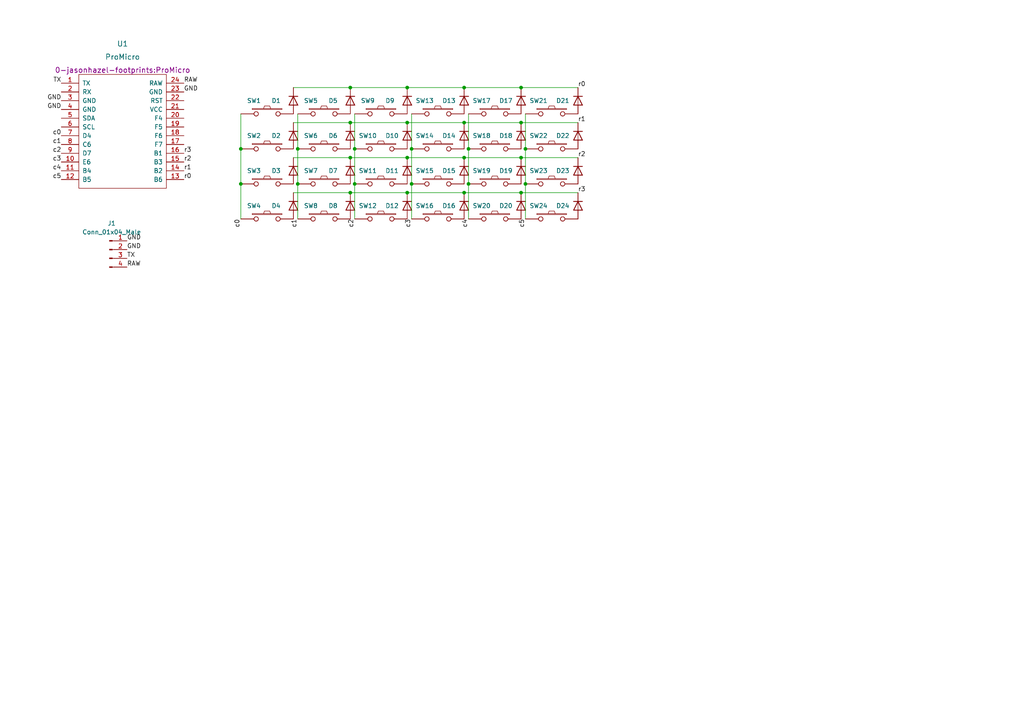
<source format=kicad_sch>
(kicad_sch (version 20211123) (generator eeschema)

  (uuid 66b8dfe9-9a79-4b96-9e36-c11f1f9f4f49)

  (paper "A4")

  (lib_symbols
    (symbol "Connector:Conn_01x04_Male" (pin_names (offset 1.016) hide) (in_bom yes) (on_board yes)
      (property "Reference" "J" (id 0) (at 0 5.08 0)
        (effects (font (size 1.27 1.27)))
      )
      (property "Value" "Conn_01x04_Male" (id 1) (at 0 -7.62 0)
        (effects (font (size 1.27 1.27)))
      )
      (property "Footprint" "" (id 2) (at 0 0 0)
        (effects (font (size 1.27 1.27)) hide)
      )
      (property "Datasheet" "~" (id 3) (at 0 0 0)
        (effects (font (size 1.27 1.27)) hide)
      )
      (property "ki_keywords" "connector" (id 4) (at 0 0 0)
        (effects (font (size 1.27 1.27)) hide)
      )
      (property "ki_description" "Generic connector, single row, 01x04, script generated (kicad-library-utils/schlib/autogen/connector/)" (id 5) (at 0 0 0)
        (effects (font (size 1.27 1.27)) hide)
      )
      (property "ki_fp_filters" "Connector*:*_1x??_*" (id 6) (at 0 0 0)
        (effects (font (size 1.27 1.27)) hide)
      )
      (symbol "Conn_01x04_Male_1_1"
        (polyline
          (pts
            (xy 1.27 -5.08)
            (xy 0.8636 -5.08)
          )
          (stroke (width 0.1524) (type default) (color 0 0 0 0))
          (fill (type none))
        )
        (polyline
          (pts
            (xy 1.27 -2.54)
            (xy 0.8636 -2.54)
          )
          (stroke (width 0.1524) (type default) (color 0 0 0 0))
          (fill (type none))
        )
        (polyline
          (pts
            (xy 1.27 0)
            (xy 0.8636 0)
          )
          (stroke (width 0.1524) (type default) (color 0 0 0 0))
          (fill (type none))
        )
        (polyline
          (pts
            (xy 1.27 2.54)
            (xy 0.8636 2.54)
          )
          (stroke (width 0.1524) (type default) (color 0 0 0 0))
          (fill (type none))
        )
        (rectangle (start 0.8636 -4.953) (end 0 -5.207)
          (stroke (width 0.1524) (type default) (color 0 0 0 0))
          (fill (type outline))
        )
        (rectangle (start 0.8636 -2.413) (end 0 -2.667)
          (stroke (width 0.1524) (type default) (color 0 0 0 0))
          (fill (type outline))
        )
        (rectangle (start 0.8636 0.127) (end 0 -0.127)
          (stroke (width 0.1524) (type default) (color 0 0 0 0))
          (fill (type outline))
        )
        (rectangle (start 0.8636 2.667) (end 0 2.413)
          (stroke (width 0.1524) (type default) (color 0 0 0 0))
          (fill (type outline))
        )
        (pin passive line (at 5.08 2.54 180) (length 3.81)
          (name "Pin_1" (effects (font (size 1.27 1.27))))
          (number "1" (effects (font (size 1.27 1.27))))
        )
        (pin passive line (at 5.08 0 180) (length 3.81)
          (name "Pin_2" (effects (font (size 1.27 1.27))))
          (number "2" (effects (font (size 1.27 1.27))))
        )
        (pin passive line (at 5.08 -2.54 180) (length 3.81)
          (name "Pin_3" (effects (font (size 1.27 1.27))))
          (number "3" (effects (font (size 1.27 1.27))))
        )
        (pin passive line (at 5.08 -5.08 180) (length 3.81)
          (name "Pin_4" (effects (font (size 1.27 1.27))))
          (number "4" (effects (font (size 1.27 1.27))))
        )
      )
    )
    (symbol "Diode:1N4148W" (pin_numbers hide) (pin_names hide) (in_bom yes) (on_board yes)
      (property "Reference" "D" (id 0) (at 0 2.54 0)
        (effects (font (size 1.27 1.27)))
      )
      (property "Value" "1N4148W" (id 1) (at 0 -2.54 0)
        (effects (font (size 1.27 1.27)))
      )
      (property "Footprint" "Diode_SMD:D_SOD-123" (id 2) (at 0 -4.445 0)
        (effects (font (size 1.27 1.27)) hide)
      )
      (property "Datasheet" "https://www.vishay.com/docs/85748/1n4148w.pdf" (id 3) (at 0 0 0)
        (effects (font (size 1.27 1.27)) hide)
      )
      (property "ki_keywords" "diode" (id 4) (at 0 0 0)
        (effects (font (size 1.27 1.27)) hide)
      )
      (property "ki_description" "75V 0.15A Fast Switching Diode, SOD-123" (id 5) (at 0 0 0)
        (effects (font (size 1.27 1.27)) hide)
      )
      (property "ki_fp_filters" "D*SOD?123*" (id 6) (at 0 0 0)
        (effects (font (size 1.27 1.27)) hide)
      )
      (symbol "1N4148W_0_1"
        (polyline
          (pts
            (xy -1.27 1.27)
            (xy -1.27 -1.27)
          )
          (stroke (width 0.254) (type default) (color 0 0 0 0))
          (fill (type none))
        )
        (polyline
          (pts
            (xy 1.27 0)
            (xy -1.27 0)
          )
          (stroke (width 0) (type default) (color 0 0 0 0))
          (fill (type none))
        )
        (polyline
          (pts
            (xy 1.27 1.27)
            (xy 1.27 -1.27)
            (xy -1.27 0)
            (xy 1.27 1.27)
          )
          (stroke (width 0.254) (type default) (color 0 0 0 0))
          (fill (type none))
        )
      )
      (symbol "1N4148W_1_1"
        (pin passive line (at -3.81 0 0) (length 2.54)
          (name "K" (effects (font (size 1.27 1.27))))
          (number "1" (effects (font (size 1.27 1.27))))
        )
        (pin passive line (at 3.81 0 180) (length 2.54)
          (name "A" (effects (font (size 1.27 1.27))))
          (number "2" (effects (font (size 1.27 1.27))))
        )
      )
    )
    (symbol "hazel:SW_PUSH" (pin_numbers hide) (pin_names (offset 1.016) hide) (in_bom yes) (on_board yes)
      (property "Reference" "SW1" (id 0) (at -3.81 2.54 0)
        (effects (font (size 1.27 1.27)))
      )
      (property "Value" "SW_PUSH" (id 1) (at 0 5.08 0)
        (effects (font (size 1.27 1.27)) hide)
      )
      (property "Footprint" "0-jasonhazel-footprints:Choc-hotswap-soldered" (id 2) (at 0 -2.54 0)
        (effects (font (size 1.524 1.524)) hide)
      )
      (property "Datasheet" "" (id 3) (at 0 0 0)
        (effects (font (size 1.524 1.524)) hide)
      )
      (symbol "SW_PUSH_0_1"
        (rectangle (start -4.318 1.27) (end 4.318 1.524)
          (stroke (width 0) (type default) (color 0 0 0 0))
          (fill (type none))
        )
        (polyline
          (pts
            (xy -1.016 1.524)
            (xy -0.762 2.286)
            (xy 0.762 2.286)
            (xy 1.016 1.524)
          )
          (stroke (width 0) (type default) (color 0 0 0 0))
          (fill (type none))
        )
        (pin passive inverted (at -7.62 0 0) (length 5.08)
          (name "1" (effects (font (size 1.524 1.524))))
          (number "1" (effects (font (size 1.524 1.524))))
        )
        (pin passive inverted (at 7.62 0 180) (length 5.08)
          (name "2" (effects (font (size 1.524 1.524))))
          (number "2" (effects (font (size 1.524 1.524))))
        )
      )
    )
    (symbol "promicro:ProMicro" (pin_names (offset 1.016)) (in_bom yes) (on_board yes)
      (property "Reference" "U" (id 0) (at 0 24.13 0)
        (effects (font (size 1.524 1.524)))
      )
      (property "Value" "ProMicro" (id 1) (at 0 -13.97 0)
        (effects (font (size 1.524 1.524)))
      )
      (property "Footprint" "" (id 2) (at 2.54 -26.67 0)
        (effects (font (size 1.524 1.524)))
      )
      (property "Datasheet" "" (id 3) (at 2.54 -26.67 0)
        (effects (font (size 1.524 1.524)))
      )
      (symbol "ProMicro_0_1"
        (rectangle (start -12.7 21.59) (end 12.7 -11.43)
          (stroke (width 0) (type default) (color 0 0 0 0))
          (fill (type none))
        )
      )
      (symbol "ProMicro_1_1"
        (pin bidirectional line (at -17.78 19.05 0) (length 5.08)
          (name "TX" (effects (font (size 1.27 1.27))))
          (number "1" (effects (font (size 1.27 1.27))))
        )
        (pin bidirectional line (at -17.78 -3.81 0) (length 5.08)
          (name "E6" (effects (font (size 1.27 1.27))))
          (number "10" (effects (font (size 1.27 1.27))))
        )
        (pin bidirectional line (at -17.78 -6.35 0) (length 5.08)
          (name "B4" (effects (font (size 1.27 1.27))))
          (number "11" (effects (font (size 1.27 1.27))))
        )
        (pin bidirectional line (at -17.78 -8.89 0) (length 5.08)
          (name "B5" (effects (font (size 1.27 1.27))))
          (number "12" (effects (font (size 1.27 1.27))))
        )
        (pin bidirectional line (at 17.78 -8.89 180) (length 5.08)
          (name "B6" (effects (font (size 1.27 1.27))))
          (number "13" (effects (font (size 1.27 1.27))))
        )
        (pin bidirectional line (at 17.78 -6.35 180) (length 5.08)
          (name "B2" (effects (font (size 1.27 1.27))))
          (number "14" (effects (font (size 1.27 1.27))))
        )
        (pin bidirectional line (at 17.78 -3.81 180) (length 5.08)
          (name "B3" (effects (font (size 1.27 1.27))))
          (number "15" (effects (font (size 1.27 1.27))))
        )
        (pin bidirectional line (at 17.78 -1.27 180) (length 5.08)
          (name "B1" (effects (font (size 1.27 1.27))))
          (number "16" (effects (font (size 1.27 1.27))))
        )
        (pin bidirectional line (at 17.78 1.27 180) (length 5.08)
          (name "F7" (effects (font (size 1.27 1.27))))
          (number "17" (effects (font (size 1.27 1.27))))
        )
        (pin bidirectional line (at 17.78 3.81 180) (length 5.08)
          (name "F6" (effects (font (size 1.27 1.27))))
          (number "18" (effects (font (size 1.27 1.27))))
        )
        (pin bidirectional line (at 17.78 6.35 180) (length 5.08)
          (name "F5" (effects (font (size 1.27 1.27))))
          (number "19" (effects (font (size 1.27 1.27))))
        )
        (pin bidirectional line (at -17.78 16.51 0) (length 5.08)
          (name "RX" (effects (font (size 1.27 1.27))))
          (number "2" (effects (font (size 1.27 1.27))))
        )
        (pin bidirectional line (at 17.78 8.89 180) (length 5.08)
          (name "F4" (effects (font (size 1.27 1.27))))
          (number "20" (effects (font (size 1.27 1.27))))
        )
        (pin power_in line (at 17.78 11.43 180) (length 5.08)
          (name "VCC" (effects (font (size 1.27 1.27))))
          (number "21" (effects (font (size 1.27 1.27))))
        )
        (pin input line (at 17.78 13.97 180) (length 5.08)
          (name "RST" (effects (font (size 1.27 1.27))))
          (number "22" (effects (font (size 1.27 1.27))))
        )
        (pin power_in line (at 17.78 16.51 180) (length 5.08)
          (name "GND" (effects (font (size 1.27 1.27))))
          (number "23" (effects (font (size 1.27 1.27))))
        )
        (pin power_out line (at 17.78 19.05 180) (length 5.08)
          (name "RAW" (effects (font (size 1.27 1.27))))
          (number "24" (effects (font (size 1.27 1.27))))
        )
        (pin power_in line (at -17.78 13.97 0) (length 5.08)
          (name "GND" (effects (font (size 1.27 1.27))))
          (number "3" (effects (font (size 1.27 1.27))))
        )
        (pin power_in line (at -17.78 11.43 0) (length 5.08)
          (name "GND" (effects (font (size 1.27 1.27))))
          (number "4" (effects (font (size 1.27 1.27))))
        )
        (pin bidirectional line (at -17.78 8.89 0) (length 5.08)
          (name "SDA" (effects (font (size 1.27 1.27))))
          (number "5" (effects (font (size 1.27 1.27))))
        )
        (pin bidirectional line (at -17.78 6.35 0) (length 5.08)
          (name "SCL" (effects (font (size 1.27 1.27))))
          (number "6" (effects (font (size 1.27 1.27))))
        )
        (pin bidirectional line (at -17.78 3.81 0) (length 5.08)
          (name "D4" (effects (font (size 1.27 1.27))))
          (number "7" (effects (font (size 1.27 1.27))))
        )
        (pin bidirectional line (at -17.78 1.27 0) (length 5.08)
          (name "C6" (effects (font (size 1.27 1.27))))
          (number "8" (effects (font (size 1.27 1.27))))
        )
        (pin bidirectional line (at -17.78 -1.27 0) (length 5.08)
          (name "D7" (effects (font (size 1.27 1.27))))
          (number "9" (effects (font (size 1.27 1.27))))
        )
      )
    )
  )

  (junction (at 118.11 35.56) (diameter 0) (color 0 0 0 0)
    (uuid 0148c27d-1c99-4fe5-8452-cbc3ca4ea9b7)
  )
  (junction (at 152.4 43.18) (diameter 0) (color 0 0 0 0)
    (uuid 1a01e735-4ef8-4428-b8c5-31e5e0ad1f3e)
  )
  (junction (at 134.62 45.72) (diameter 0) (color 0 0 0 0)
    (uuid 1a6c5bbc-c92e-48aa-b9d3-911b95d6c968)
  )
  (junction (at 151.13 25.4) (diameter 0) (color 0 0 0 0)
    (uuid 30b5e508-9bad-45b4-8ccc-5153f9f9374d)
  )
  (junction (at 119.38 43.18) (diameter 0) (color 0 0 0 0)
    (uuid 3adcf6a1-20ad-49f9-8a8a-313b63088b22)
  )
  (junction (at 151.13 45.72) (diameter 0) (color 0 0 0 0)
    (uuid 4d33a594-819d-44c4-a102-762f0793d23b)
  )
  (junction (at 101.6 45.72) (diameter 0) (color 0 0 0 0)
    (uuid 5310411d-4b58-4db6-aa5f-d1079639829d)
  )
  (junction (at 102.87 53.34) (diameter 0) (color 0 0 0 0)
    (uuid 6af6bb48-be1d-46fd-a5d7-508ab057019c)
  )
  (junction (at 134.62 55.88) (diameter 0) (color 0 0 0 0)
    (uuid 6c17225b-93b6-48b8-a89a-b546a6517467)
  )
  (junction (at 102.87 43.18) (diameter 0) (color 0 0 0 0)
    (uuid 707b4518-e42f-4184-9cc3-eed2e93c0b8e)
  )
  (junction (at 119.38 53.34) (diameter 0) (color 0 0 0 0)
    (uuid 7b7a4148-c7f1-4123-a887-0c7c1d68afae)
  )
  (junction (at 151.13 55.88) (diameter 0) (color 0 0 0 0)
    (uuid 81c0cdd9-00e2-4485-b817-92eeb435e013)
  )
  (junction (at 101.6 55.88) (diameter 0) (color 0 0 0 0)
    (uuid 87af92a6-be6c-4faf-b631-55086d281ebb)
  )
  (junction (at 118.11 45.72) (diameter 0) (color 0 0 0 0)
    (uuid 89101d8c-621a-4f48-b7b4-515fd038da64)
  )
  (junction (at 118.11 25.4) (diameter 0) (color 0 0 0 0)
    (uuid 89a9782a-61d6-4c89-905a-4361336b1586)
  )
  (junction (at 86.36 43.18) (diameter 0) (color 0 0 0 0)
    (uuid 8e1cbed2-9b73-4b03-a68a-07202b32573e)
  )
  (junction (at 151.13 35.56) (diameter 0) (color 0 0 0 0)
    (uuid a844a6b9-8dcd-495b-8768-01fa1e730375)
  )
  (junction (at 135.89 43.18) (diameter 0) (color 0 0 0 0)
    (uuid b47ec0af-5982-4b09-bd64-f608c8e8f51b)
  )
  (junction (at 101.6 35.56) (diameter 0) (color 0 0 0 0)
    (uuid b9ed2806-6eaa-4685-9d3b-1b9196d5cca6)
  )
  (junction (at 152.4 53.34) (diameter 0) (color 0 0 0 0)
    (uuid bd4f57e8-2b85-4571-a274-b6e4223a79e2)
  )
  (junction (at 69.85 53.34) (diameter 0) (color 0 0 0 0)
    (uuid cbf03906-aff6-4083-ade7-681f6b83467a)
  )
  (junction (at 118.11 55.88) (diameter 0) (color 0 0 0 0)
    (uuid d0372a20-62e7-48b9-a8be-2f288401df76)
  )
  (junction (at 135.89 53.34) (diameter 0) (color 0 0 0 0)
    (uuid d0469a86-b3e2-4b59-9c17-ef3e8a1eb1fe)
  )
  (junction (at 101.6 25.4) (diameter 0) (color 0 0 0 0)
    (uuid e6ea2801-f418-42b7-bea1-d8df06554dce)
  )
  (junction (at 134.62 35.56) (diameter 0) (color 0 0 0 0)
    (uuid eb0e33c6-d824-4fe4-8004-15ccd727de31)
  )
  (junction (at 86.36 53.34) (diameter 0) (color 0 0 0 0)
    (uuid ebf962ae-9e62-4770-a4ec-cda47d8adee8)
  )
  (junction (at 69.85 43.18) (diameter 0) (color 0 0 0 0)
    (uuid f1ba5c95-6df6-40e4-b6fd-ec214f9ab5f5)
  )
  (junction (at 134.62 25.4) (diameter 0) (color 0 0 0 0)
    (uuid fe1f8ae8-7f93-4289-b3d5-fb7bca9e988d)
  )

  (wire (pts (xy 85.09 35.56) (xy 101.6 35.56))
    (stroke (width 0) (type default) (color 0 0 0 0))
    (uuid 0822ad70-168e-44f1-9d37-0d99657253bc)
  )
  (wire (pts (xy 151.13 45.72) (xy 167.64 45.72))
    (stroke (width 0) (type default) (color 0 0 0 0))
    (uuid 0d124f03-5c42-4d8d-826e-a5913e792728)
  )
  (wire (pts (xy 135.89 43.18) (xy 135.89 53.34))
    (stroke (width 0) (type default) (color 0 0 0 0))
    (uuid 14acd96c-187a-44d6-9ef7-56795add667c)
  )
  (wire (pts (xy 69.85 33.02) (xy 69.85 43.18))
    (stroke (width 0) (type default) (color 0 0 0 0))
    (uuid 15f4c90d-dd83-4056-99b1-61dd0df57ed8)
  )
  (wire (pts (xy 134.62 55.88) (xy 151.13 55.88))
    (stroke (width 0) (type default) (color 0 0 0 0))
    (uuid 1b76aeca-e75e-4a82-97af-2548ad49e6d4)
  )
  (wire (pts (xy 151.13 25.4) (xy 167.64 25.4))
    (stroke (width 0) (type default) (color 0 0 0 0))
    (uuid 27adcdc3-ec5c-4149-8b8a-3dff43606f4b)
  )
  (wire (pts (xy 135.89 53.34) (xy 135.89 63.5))
    (stroke (width 0) (type default) (color 0 0 0 0))
    (uuid 2aa38fcf-952f-4071-9e81-d9d9ff5a915d)
  )
  (wire (pts (xy 69.85 53.34) (xy 69.85 63.5))
    (stroke (width 0) (type default) (color 0 0 0 0))
    (uuid 2fd0b84f-301a-432a-bd80-32e75e245857)
  )
  (wire (pts (xy 118.11 55.88) (xy 134.62 55.88))
    (stroke (width 0) (type default) (color 0 0 0 0))
    (uuid 43f6ebcc-cbce-4d72-a062-52a2ee02367d)
  )
  (wire (pts (xy 152.4 53.34) (xy 152.4 63.5))
    (stroke (width 0) (type default) (color 0 0 0 0))
    (uuid 448f53ff-123d-4c08-ad0c-9cb8bda5a1f9)
  )
  (wire (pts (xy 152.4 43.18) (xy 152.4 53.34))
    (stroke (width 0) (type default) (color 0 0 0 0))
    (uuid 4624e83b-d897-4a0c-8b2e-8a2424a38dde)
  )
  (wire (pts (xy 85.09 55.88) (xy 101.6 55.88))
    (stroke (width 0) (type default) (color 0 0 0 0))
    (uuid 4794a2ea-4363-46e7-8df6-c7749a573633)
  )
  (wire (pts (xy 134.62 35.56) (xy 151.13 35.56))
    (stroke (width 0) (type default) (color 0 0 0 0))
    (uuid 4ff873be-9265-4f5e-8531-3f9c54b8e5c3)
  )
  (wire (pts (xy 101.6 45.72) (xy 118.11 45.72))
    (stroke (width 0) (type default) (color 0 0 0 0))
    (uuid 6eaa02af-4209-4c53-bdf5-68a8fd7a869c)
  )
  (wire (pts (xy 119.38 33.02) (xy 119.38 43.18))
    (stroke (width 0) (type default) (color 0 0 0 0))
    (uuid 6f130ec4-5d8d-4352-9fa3-53e84c706e4f)
  )
  (wire (pts (xy 85.09 45.72) (xy 101.6 45.72))
    (stroke (width 0) (type default) (color 0 0 0 0))
    (uuid 705ac9f0-3541-469b-ad9a-838b63a10b7e)
  )
  (wire (pts (xy 102.87 33.02) (xy 102.87 43.18))
    (stroke (width 0) (type default) (color 0 0 0 0))
    (uuid 76218bfb-ea46-4b73-b9ed-31325c11f1b1)
  )
  (wire (pts (xy 119.38 53.34) (xy 119.38 63.5))
    (stroke (width 0) (type default) (color 0 0 0 0))
    (uuid 79a45aae-9fd7-4393-97d5-2b64c86da332)
  )
  (wire (pts (xy 69.85 43.18) (xy 69.85 53.34))
    (stroke (width 0) (type default) (color 0 0 0 0))
    (uuid 7b6869c5-5e93-452f-9b71-734fad95ea9c)
  )
  (wire (pts (xy 86.36 33.02) (xy 86.36 43.18))
    (stroke (width 0) (type default) (color 0 0 0 0))
    (uuid 834fd154-5575-4289-86f6-6c39ee314ff3)
  )
  (wire (pts (xy 118.11 35.56) (xy 134.62 35.56))
    (stroke (width 0) (type default) (color 0 0 0 0))
    (uuid 84b27911-91fd-40a1-ab50-63ecfde3c1fb)
  )
  (wire (pts (xy 101.6 25.4) (xy 118.11 25.4))
    (stroke (width 0) (type default) (color 0 0 0 0))
    (uuid 87c60580-fc47-4763-909c-52c068d3dc3e)
  )
  (wire (pts (xy 118.11 25.4) (xy 134.62 25.4))
    (stroke (width 0) (type default) (color 0 0 0 0))
    (uuid 8889f788-049e-4116-ad92-8761d557c825)
  )
  (wire (pts (xy 152.4 33.02) (xy 152.4 43.18))
    (stroke (width 0) (type default) (color 0 0 0 0))
    (uuid 94c63caf-4b7c-4289-b476-635adb283ff6)
  )
  (wire (pts (xy 85.09 25.4) (xy 101.6 25.4))
    (stroke (width 0) (type default) (color 0 0 0 0))
    (uuid a16571f6-1073-45d6-9c18-63ac42fff4e5)
  )
  (wire (pts (xy 102.87 43.18) (xy 102.87 53.34))
    (stroke (width 0) (type default) (color 0 0 0 0))
    (uuid a4384af5-411c-491e-a7a8-545b74f55b7c)
  )
  (wire (pts (xy 151.13 55.88) (xy 167.64 55.88))
    (stroke (width 0) (type default) (color 0 0 0 0))
    (uuid b382fda9-2a85-4fbe-8791-062be5ce247f)
  )
  (wire (pts (xy 134.62 45.72) (xy 151.13 45.72))
    (stroke (width 0) (type default) (color 0 0 0 0))
    (uuid b4aa6e78-dba7-41ea-9107-ecdf45b264ea)
  )
  (wire (pts (xy 102.87 53.34) (xy 102.87 63.5))
    (stroke (width 0) (type default) (color 0 0 0 0))
    (uuid bfa46e3e-f74f-4162-a1a6-01db350b96c7)
  )
  (wire (pts (xy 101.6 35.56) (xy 118.11 35.56))
    (stroke (width 0) (type default) (color 0 0 0 0))
    (uuid c13da9bb-eaea-4c28-b15c-a63d7a763b14)
  )
  (wire (pts (xy 151.13 35.56) (xy 167.64 35.56))
    (stroke (width 0) (type default) (color 0 0 0 0))
    (uuid c63005a5-dcb8-4a03-a01f-b6351ef76ba9)
  )
  (wire (pts (xy 135.89 33.02) (xy 135.89 43.18))
    (stroke (width 0) (type default) (color 0 0 0 0))
    (uuid ce9157b9-018f-4f1a-ac87-eb049087fe64)
  )
  (wire (pts (xy 118.11 45.72) (xy 134.62 45.72))
    (stroke (width 0) (type default) (color 0 0 0 0))
    (uuid d0f81338-327e-48dd-9508-930934e8a85c)
  )
  (wire (pts (xy 101.6 55.88) (xy 118.11 55.88))
    (stroke (width 0) (type default) (color 0 0 0 0))
    (uuid d4117c7b-f467-4d05-963d-91ba71310ac1)
  )
  (wire (pts (xy 134.62 25.4) (xy 151.13 25.4))
    (stroke (width 0) (type default) (color 0 0 0 0))
    (uuid d9aa671e-9bc7-4b21-84a0-8ac49e06ad4e)
  )
  (wire (pts (xy 119.38 43.18) (xy 119.38 53.34))
    (stroke (width 0) (type default) (color 0 0 0 0))
    (uuid df3e5fd0-9f84-40c0-a43f-5e51ccfe314c)
  )
  (wire (pts (xy 86.36 53.34) (xy 86.36 63.5))
    (stroke (width 0) (type default) (color 0 0 0 0))
    (uuid e0f5d2e7-653f-4797-9b30-c327a74fb561)
  )
  (wire (pts (xy 86.36 43.18) (xy 86.36 53.34))
    (stroke (width 0) (type default) (color 0 0 0 0))
    (uuid e38956e4-0cf7-4651-ba15-d7e55766a1bf)
  )

  (label "r1" (at 167.64 35.56 0)
    (effects (font (size 1.27 1.27)) (justify left bottom))
    (uuid 0199209a-d1be-4e53-a30b-0c33a1d95e11)
  )
  (label "TX" (at 36.83 74.93 0)
    (effects (font (size 1.27 1.27)) (justify left bottom))
    (uuid 01a6e9d2-65c6-491e-a532-500df476c85b)
  )
  (label "GND" (at 53.34 26.67 0)
    (effects (font (size 1.27 1.27)) (justify left bottom))
    (uuid 054a0cc7-371d-4e71-a4f1-3f1f4e01eb17)
  )
  (label "c1" (at 86.36 63.5 270)
    (effects (font (size 1.27 1.27)) (justify right bottom))
    (uuid 059f622a-73be-4d22-b765-d8e7291d12d5)
  )
  (label "GND" (at 17.78 29.21 180)
    (effects (font (size 1.27 1.27)) (justify right bottom))
    (uuid 17672311-b17d-4502-a9b3-6b4013d7a7f9)
  )
  (label "RAW" (at 36.83 77.47 0)
    (effects (font (size 1.27 1.27)) (justify left bottom))
    (uuid 1c04d0f8-7b57-41b4-99fa-3f85dadd9cbd)
  )
  (label "GND" (at 36.83 72.39 0)
    (effects (font (size 1.27 1.27)) (justify left bottom))
    (uuid 1e267538-6272-40af-bef6-a34d183367c6)
  )
  (label "r1" (at 53.34 49.53 0)
    (effects (font (size 1.27 1.27)) (justify left bottom))
    (uuid 21f8c110-7312-4501-9136-f61850e8d902)
  )
  (label "c3" (at 17.78 46.99 180)
    (effects (font (size 1.27 1.27)) (justify right bottom))
    (uuid 2461d88c-e874-4ed1-82c3-eaacf85becf2)
  )
  (label "c0" (at 69.85 63.5 270)
    (effects (font (size 1.27 1.27)) (justify right bottom))
    (uuid 41dfc081-ee14-437e-9e40-583a046a1b2f)
  )
  (label "c3" (at 119.38 63.5 270)
    (effects (font (size 1.27 1.27)) (justify right bottom))
    (uuid 42ecd8ff-2bb4-4f1c-9e83-d15ac9e7547e)
  )
  (label "r0" (at 53.34 52.07 0)
    (effects (font (size 1.27 1.27)) (justify left bottom))
    (uuid 478e82eb-f793-4096-9d32-bf3df6cd4175)
  )
  (label "c1" (at 17.78 41.91 180)
    (effects (font (size 1.27 1.27)) (justify right bottom))
    (uuid 5914a5d4-9ad9-4482-b7cf-76ad44924f6d)
  )
  (label "r3" (at 167.64 55.88 0)
    (effects (font (size 1.27 1.27)) (justify left bottom))
    (uuid 662dfe66-d83d-4c20-839d-f786a4024f7b)
  )
  (label "c5" (at 17.78 52.07 180)
    (effects (font (size 1.27 1.27)) (justify right bottom))
    (uuid 66c6c83d-7257-4d4e-8e6e-f4d8e843cbed)
  )
  (label "c2" (at 17.78 44.45 180)
    (effects (font (size 1.27 1.27)) (justify right bottom))
    (uuid 6d879c57-b4a0-457f-b328-c54455478451)
  )
  (label "r2" (at 53.34 46.99 0)
    (effects (font (size 1.27 1.27)) (justify left bottom))
    (uuid 7e6cae7e-d0ce-4bb6-89bc-8b3fcf90f7cb)
  )
  (label "c2" (at 102.87 63.5 270)
    (effects (font (size 1.27 1.27)) (justify right bottom))
    (uuid 893ad7c6-eb56-48e5-8961-1579711a0e0f)
  )
  (label "c0" (at 17.78 39.37 180)
    (effects (font (size 1.27 1.27)) (justify right bottom))
    (uuid 945473e1-24aa-4517-a7f8-3bf14eefcac5)
  )
  (label "TX" (at 17.78 24.13 180)
    (effects (font (size 1.27 1.27)) (justify right bottom))
    (uuid a0abdd5f-7289-4f7b-9b03-cadef3f8cfaf)
  )
  (label "r3" (at 53.34 44.45 0)
    (effects (font (size 1.27 1.27)) (justify left bottom))
    (uuid ab7cf6ae-a805-464c-ad35-5c1f0e988d29)
  )
  (label "GND" (at 17.78 31.75 180)
    (effects (font (size 1.27 1.27)) (justify right bottom))
    (uuid acb68d9d-82d4-45d7-8d3a-af6a11944ba7)
  )
  (label "GND" (at 36.83 69.85 0)
    (effects (font (size 1.27 1.27)) (justify left bottom))
    (uuid af231d31-1629-4428-8d43-bb8d4ff1acd1)
  )
  (label "r0" (at 167.64 25.4 0)
    (effects (font (size 1.27 1.27)) (justify left bottom))
    (uuid b37a1cf5-bac3-4ce3-a0eb-4c8622474c45)
  )
  (label "c4" (at 17.78 49.53 180)
    (effects (font (size 1.27 1.27)) (justify right bottom))
    (uuid b60e134b-cb9f-4547-b216-5388e706a197)
  )
  (label "RAW" (at 53.34 24.13 0)
    (effects (font (size 1.27 1.27)) (justify left bottom))
    (uuid cccd1ab9-fcdf-435f-a1aa-b7b98e0847fe)
  )
  (label "c4" (at 135.89 63.5 270)
    (effects (font (size 1.27 1.27)) (justify right bottom))
    (uuid d54bcdd6-ef7a-4fe6-b97f-ff484f843ce6)
  )
  (label "r2" (at 167.64 45.72 0)
    (effects (font (size 1.27 1.27)) (justify left bottom))
    (uuid d66d38fd-5f3b-4ed7-aa66-538c27532e8d)
  )
  (label "c5" (at 152.4 63.5 270)
    (effects (font (size 1.27 1.27)) (justify right bottom))
    (uuid fe667db5-040f-415c-9a71-865fef2686d8)
  )

  (symbol (lib_id "Diode:1N4148W") (at 101.6 29.21 270) (unit 1)
    (in_bom yes) (on_board yes)
    (uuid 0144c6ea-0e6e-446b-94bc-062085f7045d)
    (property "Reference" "D5" (id 0) (at 95.25 29.21 90)
      (effects (font (size 1.27 1.27)) (justify left))
    )
    (property "Value" "1N4148W" (id 1) (at 104.14 30.4799 90)
      (effects (font (size 1.27 1.27)) (justify left) hide)
    )
    (property "Footprint" "0-jasonhazel-footprints:D_SOD-123-rev" (id 2) (at 97.155 29.21 0)
      (effects (font (size 1.27 1.27)) hide)
    )
    (property "Datasheet" "https://www.vishay.com/docs/85748/1n4148w.pdf" (id 3) (at 101.6 29.21 0)
      (effects (font (size 1.27 1.27)) hide)
    )
    (pin "1" (uuid b18f66ea-472c-4d8e-9c54-8dae67236551))
    (pin "2" (uuid bcecf51c-02ea-41f7-a4a7-3241b3fc5148))
  )

  (symbol (lib_id "hazel:SW_PUSH") (at 160.02 43.18 0) (unit 1)
    (in_bom yes) (on_board yes)
    (uuid 0919f54f-03ff-4cad-b36a-ac678c03f73e)
    (property "Reference" "SW22" (id 0) (at 156.21 39.37 0))
    (property "Value" "SW_PUSH" (id 1) (at 160.02 38.1 0)
      (effects (font (size 1.27 1.27)) hide)
    )
    (property "Footprint" "0-jasonhazel-footprints:Kailh-PG1425-X-Switch-revers" (id 2) (at 160.02 45.72 0)
      (effects (font (size 1.524 1.524)) hide)
    )
    (property "Datasheet" "" (id 3) (at 160.02 43.18 0)
      (effects (font (size 1.524 1.524)) hide)
    )
    (pin "1" (uuid 56e23107-dad5-4569-aec6-67d0332baa29))
    (pin "2" (uuid 13f0dc34-283a-41df-bcf9-886790317a41))
  )

  (symbol (lib_id "hazel:SW_PUSH") (at 127 53.34 0) (unit 1)
    (in_bom yes) (on_board yes)
    (uuid 160eb2b3-f675-491a-a990-3e538c84ed51)
    (property "Reference" "SW15" (id 0) (at 123.19 49.53 0))
    (property "Value" "SW_PUSH" (id 1) (at 127 48.26 0)
      (effects (font (size 1.27 1.27)) hide)
    )
    (property "Footprint" "0-jasonhazel-footprints:Kailh-PG1425-X-Switch-revers" (id 2) (at 127 55.88 0)
      (effects (font (size 1.524 1.524)) hide)
    )
    (property "Datasheet" "" (id 3) (at 127 53.34 0)
      (effects (font (size 1.524 1.524)) hide)
    )
    (pin "1" (uuid b6026fd8-f105-4cdf-aabe-63c48edcc53b))
    (pin "2" (uuid be2fcbd4-c774-40b3-b19d-ace6d2911982))
  )

  (symbol (lib_id "Diode:1N4148W") (at 151.13 39.37 270) (unit 1)
    (in_bom yes) (on_board yes)
    (uuid 1742f0e3-4e0e-417d-80a3-1908858874dc)
    (property "Reference" "D18" (id 0) (at 144.78 39.37 90)
      (effects (font (size 1.27 1.27)) (justify left))
    )
    (property "Value" "1N4148W" (id 1) (at 153.67 40.6399 90)
      (effects (font (size 1.27 1.27)) (justify left) hide)
    )
    (property "Footprint" "0-jasonhazel-footprints:D_SOD-123-rev" (id 2) (at 146.685 39.37 0)
      (effects (font (size 1.27 1.27)) hide)
    )
    (property "Datasheet" "https://www.vishay.com/docs/85748/1n4148w.pdf" (id 3) (at 151.13 39.37 0)
      (effects (font (size 1.27 1.27)) hide)
    )
    (pin "1" (uuid 91d40692-d7ca-4f68-baab-b8cc0a804163))
    (pin "2" (uuid 6c2a4622-7e40-40c9-a028-2e160c32ae2c))
  )

  (symbol (lib_id "Diode:1N4148W") (at 167.64 39.37 270) (unit 1)
    (in_bom yes) (on_board yes)
    (uuid 19023702-81c9-488a-be4e-a9074a9456f3)
    (property "Reference" "D22" (id 0) (at 161.29 39.37 90)
      (effects (font (size 1.27 1.27)) (justify left))
    )
    (property "Value" "1N4148W" (id 1) (at 170.18 40.6399 90)
      (effects (font (size 1.27 1.27)) (justify left) hide)
    )
    (property "Footprint" "0-jasonhazel-footprints:D_SOD-123-rev" (id 2) (at 163.195 39.37 0)
      (effects (font (size 1.27 1.27)) hide)
    )
    (property "Datasheet" "https://www.vishay.com/docs/85748/1n4148w.pdf" (id 3) (at 167.64 39.37 0)
      (effects (font (size 1.27 1.27)) hide)
    )
    (pin "1" (uuid b2c1de63-f198-4c12-a7d0-ab2e979886da))
    (pin "2" (uuid 165696a2-747d-42bc-afc2-b41678458d15))
  )

  (symbol (lib_id "hazel:SW_PUSH") (at 143.51 43.18 0) (unit 1)
    (in_bom yes) (on_board yes)
    (uuid 1c0f0682-60a8-4c22-8b03-d9c460c5d96f)
    (property "Reference" "SW18" (id 0) (at 139.7 39.37 0))
    (property "Value" "SW_PUSH" (id 1) (at 143.51 38.1 0)
      (effects (font (size 1.27 1.27)) hide)
    )
    (property "Footprint" "0-jasonhazel-footprints:Kailh-PG1425-X-Switch-revers" (id 2) (at 143.51 45.72 0)
      (effects (font (size 1.524 1.524)) hide)
    )
    (property "Datasheet" "" (id 3) (at 143.51 43.18 0)
      (effects (font (size 1.524 1.524)) hide)
    )
    (pin "1" (uuid d8a08582-2758-45df-b24e-fc9f2212f853))
    (pin "2" (uuid 81ab1cc4-87eb-402f-badd-00ae8ad9d5a2))
  )

  (symbol (lib_id "Diode:1N4148W") (at 85.09 59.69 270) (unit 1)
    (in_bom yes) (on_board yes)
    (uuid 2036345f-f47d-408c-b746-c114aba53c27)
    (property "Reference" "D4" (id 0) (at 78.74 59.69 90)
      (effects (font (size 1.27 1.27)) (justify left))
    )
    (property "Value" "1N4148W" (id 1) (at 87.63 60.9599 90)
      (effects (font (size 1.27 1.27)) (justify left) hide)
    )
    (property "Footprint" "0-jasonhazel-footprints:D_SOD-123-rev" (id 2) (at 80.645 59.69 0)
      (effects (font (size 1.27 1.27)) hide)
    )
    (property "Datasheet" "https://www.vishay.com/docs/85748/1n4148w.pdf" (id 3) (at 85.09 59.69 0)
      (effects (font (size 1.27 1.27)) hide)
    )
    (pin "1" (uuid 5e2a2341-4d4d-44e0-a3b9-4a44f56a5018))
    (pin "2" (uuid c6d1d046-0306-42a5-8218-8b9a54d6d156))
  )

  (symbol (lib_id "hazel:SW_PUSH") (at 110.49 43.18 0) (unit 1)
    (in_bom yes) (on_board yes)
    (uuid 2302095e-f320-4c4e-84e7-66a6854d5c35)
    (property "Reference" "SW10" (id 0) (at 106.68 39.37 0))
    (property "Value" "SW_PUSH" (id 1) (at 110.49 38.1 0)
      (effects (font (size 1.27 1.27)) hide)
    )
    (property "Footprint" "0-jasonhazel-footprints:Kailh-PG1425-X-Switch-revers" (id 2) (at 110.49 45.72 0)
      (effects (font (size 1.524 1.524)) hide)
    )
    (property "Datasheet" "" (id 3) (at 110.49 43.18 0)
      (effects (font (size 1.524 1.524)) hide)
    )
    (pin "1" (uuid ee356127-f243-4214-baab-d607c440b1a4))
    (pin "2" (uuid 2ddabd67-a021-408e-9cd0-871f29595f5e))
  )

  (symbol (lib_id "Diode:1N4148W") (at 85.09 29.21 270) (unit 1)
    (in_bom yes) (on_board yes)
    (uuid 2dc99ef5-4c08-4103-93cc-f3e9644f72c7)
    (property "Reference" "D1" (id 0) (at 78.74 29.21 90)
      (effects (font (size 1.27 1.27)) (justify left))
    )
    (property "Value" "1N4148W" (id 1) (at 87.63 30.4799 90)
      (effects (font (size 1.27 1.27)) (justify left) hide)
    )
    (property "Footprint" "0-jasonhazel-footprints:D_SOD-123-rev" (id 2) (at 80.645 29.21 0)
      (effects (font (size 1.27 1.27)) hide)
    )
    (property "Datasheet" "https://www.vishay.com/docs/85748/1n4148w.pdf" (id 3) (at 85.09 29.21 0)
      (effects (font (size 1.27 1.27)) hide)
    )
    (pin "1" (uuid 32e62f73-6072-43e4-b17b-c340bb2696c0))
    (pin "2" (uuid b860ece7-5865-4fbb-9c20-6cfd7407d66a))
  )

  (symbol (lib_id "Diode:1N4148W") (at 167.64 59.69 270) (unit 1)
    (in_bom yes) (on_board yes)
    (uuid 32a5dcb4-2756-45f5-b54f-4c7c8473ed8f)
    (property "Reference" "D24" (id 0) (at 161.29 59.69 90)
      (effects (font (size 1.27 1.27)) (justify left))
    )
    (property "Value" "1N4148W" (id 1) (at 170.18 60.9599 90)
      (effects (font (size 1.27 1.27)) (justify left) hide)
    )
    (property "Footprint" "0-jasonhazel-footprints:D_SOD-123-rev" (id 2) (at 163.195 59.69 0)
      (effects (font (size 1.27 1.27)) hide)
    )
    (property "Datasheet" "https://www.vishay.com/docs/85748/1n4148w.pdf" (id 3) (at 167.64 59.69 0)
      (effects (font (size 1.27 1.27)) hide)
    )
    (pin "1" (uuid 0a263c3b-be26-4660-96a3-ca7dd42af95d))
    (pin "2" (uuid ba05b1dd-7d5d-41a6-9469-f9ae0d41ec2e))
  )

  (symbol (lib_id "hazel:SW_PUSH") (at 93.98 53.34 0) (unit 1)
    (in_bom yes) (on_board yes)
    (uuid 3396a86a-e32b-4cda-b409-969656e6fecf)
    (property "Reference" "SW7" (id 0) (at 90.17 49.53 0))
    (property "Value" "SW_PUSH" (id 1) (at 93.98 48.26 0)
      (effects (font (size 1.27 1.27)) hide)
    )
    (property "Footprint" "0-jasonhazel-footprints:Kailh-PG1425-X-Switch-revers" (id 2) (at 93.98 55.88 0)
      (effects (font (size 1.524 1.524)) hide)
    )
    (property "Datasheet" "" (id 3) (at 93.98 53.34 0)
      (effects (font (size 1.524 1.524)) hide)
    )
    (pin "1" (uuid a1f9163a-d650-41af-b6fd-2dd350cbd469))
    (pin "2" (uuid e70205a3-4b90-4556-afb0-43f8f269d04c))
  )

  (symbol (lib_id "hazel:SW_PUSH") (at 160.02 53.34 0) (unit 1)
    (in_bom yes) (on_board yes)
    (uuid 34dd22bd-627f-44f6-9fef-643c1100cd96)
    (property "Reference" "SW23" (id 0) (at 156.21 49.53 0))
    (property "Value" "SW_PUSH" (id 1) (at 160.02 48.26 0)
      (effects (font (size 1.27 1.27)) hide)
    )
    (property "Footprint" "0-jasonhazel-footprints:Kailh-PG1425-X-Switch-revers" (id 2) (at 160.02 55.88 0)
      (effects (font (size 1.524 1.524)) hide)
    )
    (property "Datasheet" "" (id 3) (at 160.02 53.34 0)
      (effects (font (size 1.524 1.524)) hide)
    )
    (pin "1" (uuid 3225b91b-c238-4937-8e18-8988b9787177))
    (pin "2" (uuid a86fc24f-a866-4b3b-9038-2035cb041116))
  )

  (symbol (lib_id "Diode:1N4148W") (at 118.11 49.53 270) (unit 1)
    (in_bom yes) (on_board yes)
    (uuid 3c31595c-60aa-4bdc-9406-e07a46dddeb0)
    (property "Reference" "D11" (id 0) (at 111.76 49.53 90)
      (effects (font (size 1.27 1.27)) (justify left))
    )
    (property "Value" "1N4148W" (id 1) (at 120.65 50.7999 90)
      (effects (font (size 1.27 1.27)) (justify left) hide)
    )
    (property "Footprint" "0-jasonhazel-footprints:D_SOD-123-rev" (id 2) (at 113.665 49.53 0)
      (effects (font (size 1.27 1.27)) hide)
    )
    (property "Datasheet" "https://www.vishay.com/docs/85748/1n4148w.pdf" (id 3) (at 118.11 49.53 0)
      (effects (font (size 1.27 1.27)) hide)
    )
    (pin "1" (uuid 4d247872-536c-4157-8ab4-7e69826f50e6))
    (pin "2" (uuid 3068fa6c-0412-4dca-a52a-d34509b64a65))
  )

  (symbol (lib_id "hazel:SW_PUSH") (at 143.51 63.5 0) (unit 1)
    (in_bom yes) (on_board yes)
    (uuid 3e727eaa-4757-425a-85d4-4d63ea5ac894)
    (property "Reference" "SW20" (id 0) (at 139.7 59.69 0))
    (property "Value" "SW_PUSH" (id 1) (at 143.51 58.42 0)
      (effects (font (size 1.27 1.27)) hide)
    )
    (property "Footprint" "0-jasonhazel-footprints:Kailh-PG1425-X-Switch-revers" (id 2) (at 143.51 66.04 0)
      (effects (font (size 1.524 1.524)) hide)
    )
    (property "Datasheet" "" (id 3) (at 143.51 63.5 0)
      (effects (font (size 1.524 1.524)) hide)
    )
    (pin "1" (uuid ead16718-31ba-4f95-ad07-84c85508c247))
    (pin "2" (uuid 7e41ca39-cc03-4e67-87dd-c004a25b413b))
  )

  (symbol (lib_id "Diode:1N4148W") (at 134.62 29.21 270) (unit 1)
    (in_bom yes) (on_board yes)
    (uuid 4cad8686-f111-4e7b-bd76-1e3f3cbcb866)
    (property "Reference" "D13" (id 0) (at 128.27 29.21 90)
      (effects (font (size 1.27 1.27)) (justify left))
    )
    (property "Value" "1N4148W" (id 1) (at 137.16 30.4799 90)
      (effects (font (size 1.27 1.27)) (justify left) hide)
    )
    (property "Footprint" "0-jasonhazel-footprints:D_SOD-123-rev" (id 2) (at 130.175 29.21 0)
      (effects (font (size 1.27 1.27)) hide)
    )
    (property "Datasheet" "https://www.vishay.com/docs/85748/1n4148w.pdf" (id 3) (at 134.62 29.21 0)
      (effects (font (size 1.27 1.27)) hide)
    )
    (pin "1" (uuid bc71f2d7-573a-44aa-8094-374d78c33dba))
    (pin "2" (uuid 546e42ce-0b3b-4b81-85c8-3badb97b809f))
  )

  (symbol (lib_id "Diode:1N4148W") (at 167.64 29.21 270) (unit 1)
    (in_bom yes) (on_board yes)
    (uuid 4f90dbe9-6057-4703-97bb-ffcd53f26d30)
    (property "Reference" "D21" (id 0) (at 161.29 29.21 90)
      (effects (font (size 1.27 1.27)) (justify left))
    )
    (property "Value" "1N4148W" (id 1) (at 170.18 30.4799 90)
      (effects (font (size 1.27 1.27)) (justify left) hide)
    )
    (property "Footprint" "0-jasonhazel-footprints:D_SOD-123-rev" (id 2) (at 163.195 29.21 0)
      (effects (font (size 1.27 1.27)) hide)
    )
    (property "Datasheet" "https://www.vishay.com/docs/85748/1n4148w.pdf" (id 3) (at 167.64 29.21 0)
      (effects (font (size 1.27 1.27)) hide)
    )
    (pin "1" (uuid 0a0e8e6d-1f9c-4b92-9f06-0c4d07093181))
    (pin "2" (uuid b580662d-a8e0-4c41-a26f-b477949530ce))
  )

  (symbol (lib_id "hazel:SW_PUSH") (at 110.49 33.02 0) (unit 1)
    (in_bom yes) (on_board yes)
    (uuid 558e8c74-6c11-48dc-8673-981928e677f8)
    (property "Reference" "SW9" (id 0) (at 106.68 29.21 0))
    (property "Value" "SW_PUSH" (id 1) (at 110.49 27.94 0)
      (effects (font (size 1.27 1.27)) hide)
    )
    (property "Footprint" "0-jasonhazel-footprints:Kailh-PG1425-X-Switch-revers" (id 2) (at 110.49 35.56 0)
      (effects (font (size 1.524 1.524)) hide)
    )
    (property "Datasheet" "" (id 3) (at 110.49 33.02 0)
      (effects (font (size 1.524 1.524)) hide)
    )
    (pin "1" (uuid 1bf7d309-08f4-4392-91d7-ea05cdc6b663))
    (pin "2" (uuid f30a9578-1290-4737-a20f-661d78500838))
  )

  (symbol (lib_id "Diode:1N4148W") (at 167.64 49.53 270) (unit 1)
    (in_bom yes) (on_board yes)
    (uuid 56113075-d1f7-4c73-b477-f1e5828f636f)
    (property "Reference" "D23" (id 0) (at 161.29 49.53 90)
      (effects (font (size 1.27 1.27)) (justify left))
    )
    (property "Value" "1N4148W" (id 1) (at 170.18 50.7999 90)
      (effects (font (size 1.27 1.27)) (justify left) hide)
    )
    (property "Footprint" "0-jasonhazel-footprints:D_SOD-123-rev" (id 2) (at 163.195 49.53 0)
      (effects (font (size 1.27 1.27)) hide)
    )
    (property "Datasheet" "https://www.vishay.com/docs/85748/1n4148w.pdf" (id 3) (at 167.64 49.53 0)
      (effects (font (size 1.27 1.27)) hide)
    )
    (pin "1" (uuid 1921c20a-d877-46d7-9a7a-2ce2a8229773))
    (pin "2" (uuid 7f7e89d0-624b-4041-ab0b-7af6ab7814df))
  )

  (symbol (lib_id "hazel:SW_PUSH") (at 77.47 63.5 0) (unit 1)
    (in_bom yes) (on_board yes)
    (uuid 62ea9efd-63a2-4bd9-a894-107e414d2377)
    (property "Reference" "SW4" (id 0) (at 73.66 59.69 0))
    (property "Value" "SW_PUSH" (id 1) (at 77.47 58.42 0)
      (effects (font (size 1.27 1.27)) hide)
    )
    (property "Footprint" "0-jasonhazel-footprints:Kailh-PG1425-X-Switch-revers" (id 2) (at 77.47 66.04 0)
      (effects (font (size 1.524 1.524)) hide)
    )
    (property "Datasheet" "" (id 3) (at 77.47 63.5 0)
      (effects (font (size 1.524 1.524)) hide)
    )
    (pin "1" (uuid 14becca9-f149-474b-b8f7-09c95aab3f6c))
    (pin "2" (uuid c43b940e-34b1-4b12-aecc-c8c32ab07b9a))
  )

  (symbol (lib_id "hazel:SW_PUSH") (at 110.49 53.34 0) (unit 1)
    (in_bom yes) (on_board yes)
    (uuid 66c112cf-8766-49e1-8a56-4d23bee11b24)
    (property "Reference" "SW11" (id 0) (at 106.68 49.53 0))
    (property "Value" "SW_PUSH" (id 1) (at 110.49 48.26 0)
      (effects (font (size 1.27 1.27)) hide)
    )
    (property "Footprint" "0-jasonhazel-footprints:Kailh-PG1425-X-Switch-revers" (id 2) (at 110.49 55.88 0)
      (effects (font (size 1.524 1.524)) hide)
    )
    (property "Datasheet" "" (id 3) (at 110.49 53.34 0)
      (effects (font (size 1.524 1.524)) hide)
    )
    (pin "1" (uuid 6892fd73-6bb7-49e7-9e73-ca8c51b6cf39))
    (pin "2" (uuid 514285c8-edc7-4d98-aa58-d3ac41384adc))
  )

  (symbol (lib_id "Diode:1N4148W") (at 134.62 49.53 270) (unit 1)
    (in_bom yes) (on_board yes)
    (uuid 67beb474-3a0e-4eac-b011-b8c6b9c53784)
    (property "Reference" "D15" (id 0) (at 128.27 49.53 90)
      (effects (font (size 1.27 1.27)) (justify left))
    )
    (property "Value" "1N4148W" (id 1) (at 137.16 50.7999 90)
      (effects (font (size 1.27 1.27)) (justify left) hide)
    )
    (property "Footprint" "0-jasonhazel-footprints:D_SOD-123-rev" (id 2) (at 130.175 49.53 0)
      (effects (font (size 1.27 1.27)) hide)
    )
    (property "Datasheet" "https://www.vishay.com/docs/85748/1n4148w.pdf" (id 3) (at 134.62 49.53 0)
      (effects (font (size 1.27 1.27)) hide)
    )
    (pin "1" (uuid 24693b10-73f1-4ba1-9ef9-2518899b3022))
    (pin "2" (uuid 893886ee-718a-4264-b5f0-04106c4a10cf))
  )

  (symbol (lib_id "Diode:1N4148W") (at 134.62 39.37 270) (unit 1)
    (in_bom yes) (on_board yes)
    (uuid 7116788d-6d0d-436f-ad33-a6aea5862400)
    (property "Reference" "D14" (id 0) (at 128.27 39.37 90)
      (effects (font (size 1.27 1.27)) (justify left))
    )
    (property "Value" "1N4148W" (id 1) (at 137.16 40.6399 90)
      (effects (font (size 1.27 1.27)) (justify left) hide)
    )
    (property "Footprint" "0-jasonhazel-footprints:D_SOD-123-rev" (id 2) (at 130.175 39.37 0)
      (effects (font (size 1.27 1.27)) hide)
    )
    (property "Datasheet" "https://www.vishay.com/docs/85748/1n4148w.pdf" (id 3) (at 134.62 39.37 0)
      (effects (font (size 1.27 1.27)) hide)
    )
    (pin "1" (uuid 5c063343-5a4e-4153-8d8e-3842e01822a2))
    (pin "2" (uuid a1317015-54f7-4c17-bb8b-6e40f1894775))
  )

  (symbol (lib_id "hazel:SW_PUSH") (at 160.02 33.02 0) (unit 1)
    (in_bom yes) (on_board yes)
    (uuid 7131998b-2d1d-49d0-880b-cf3f58c0765f)
    (property "Reference" "SW21" (id 0) (at 156.21 29.21 0))
    (property "Value" "SW_PUSH" (id 1) (at 160.02 27.94 0)
      (effects (font (size 1.27 1.27)) hide)
    )
    (property "Footprint" "0-jasonhazel-footprints:Kailh-PG1425-X-Switch-revers" (id 2) (at 160.02 35.56 0)
      (effects (font (size 1.524 1.524)) hide)
    )
    (property "Datasheet" "" (id 3) (at 160.02 33.02 0)
      (effects (font (size 1.524 1.524)) hide)
    )
    (pin "1" (uuid b0f941bd-2601-44cc-a431-11f56a199afa))
    (pin "2" (uuid 4e18bbbb-75f2-43e0-8e54-7b71d7b22fd6))
  )

  (symbol (lib_id "Diode:1N4148W") (at 151.13 59.69 270) (unit 1)
    (in_bom yes) (on_board yes)
    (uuid 7a0cb214-2ee2-453f-a53e-58709ddf9a71)
    (property "Reference" "D20" (id 0) (at 144.78 59.69 90)
      (effects (font (size 1.27 1.27)) (justify left))
    )
    (property "Value" "1N4148W" (id 1) (at 153.67 60.9599 90)
      (effects (font (size 1.27 1.27)) (justify left) hide)
    )
    (property "Footprint" "0-jasonhazel-footprints:D_SOD-123-rev" (id 2) (at 146.685 59.69 0)
      (effects (font (size 1.27 1.27)) hide)
    )
    (property "Datasheet" "https://www.vishay.com/docs/85748/1n4148w.pdf" (id 3) (at 151.13 59.69 0)
      (effects (font (size 1.27 1.27)) hide)
    )
    (pin "1" (uuid ef1c57e0-73ce-49ed-9ff4-174cb5d8572c))
    (pin "2" (uuid ad7f0dde-278a-4867-8b4b-12f1521e7d1e))
  )

  (symbol (lib_id "hazel:SW_PUSH") (at 143.51 53.34 0) (unit 1)
    (in_bom yes) (on_board yes)
    (uuid 7f5cf6aa-6e18-45ba-a37f-20b79ad30cf0)
    (property "Reference" "SW19" (id 0) (at 139.7 49.53 0))
    (property "Value" "SW_PUSH" (id 1) (at 143.51 48.26 0)
      (effects (font (size 1.27 1.27)) hide)
    )
    (property "Footprint" "0-jasonhazel-footprints:Kailh-PG1425-X-Switch-revers" (id 2) (at 143.51 55.88 0)
      (effects (font (size 1.524 1.524)) hide)
    )
    (property "Datasheet" "" (id 3) (at 143.51 53.34 0)
      (effects (font (size 1.524 1.524)) hide)
    )
    (pin "1" (uuid f5ea6e44-9c6a-499c-add3-ec7d6864152e))
    (pin "2" (uuid a0865ccb-e218-4b06-96ac-c3304785f31a))
  )

  (symbol (lib_id "hazel:SW_PUSH") (at 93.98 43.18 0) (unit 1)
    (in_bom yes) (on_board yes)
    (uuid 8dffebf9-b890-4a37-b768-03ec2b01cdbd)
    (property "Reference" "SW6" (id 0) (at 90.17 39.37 0))
    (property "Value" "SW_PUSH" (id 1) (at 93.98 38.1 0)
      (effects (font (size 1.27 1.27)) hide)
    )
    (property "Footprint" "0-jasonhazel-footprints:Kailh-PG1425-X-Switch-revers" (id 2) (at 93.98 45.72 0)
      (effects (font (size 1.524 1.524)) hide)
    )
    (property "Datasheet" "" (id 3) (at 93.98 43.18 0)
      (effects (font (size 1.524 1.524)) hide)
    )
    (pin "1" (uuid 518def56-c12a-41b0-acc6-badfff0f9b8a))
    (pin "2" (uuid 757f39df-85a6-4c77-a9c1-65f61b1168f0))
  )

  (symbol (lib_id "Diode:1N4148W") (at 151.13 29.21 270) (unit 1)
    (in_bom yes) (on_board yes)
    (uuid 8e4dc781-f9bd-4892-8020-69f29930177a)
    (property "Reference" "D17" (id 0) (at 144.78 29.21 90)
      (effects (font (size 1.27 1.27)) (justify left))
    )
    (property "Value" "1N4148W" (id 1) (at 153.67 30.4799 90)
      (effects (font (size 1.27 1.27)) (justify left) hide)
    )
    (property "Footprint" "0-jasonhazel-footprints:D_SOD-123-rev" (id 2) (at 146.685 29.21 0)
      (effects (font (size 1.27 1.27)) hide)
    )
    (property "Datasheet" "https://www.vishay.com/docs/85748/1n4148w.pdf" (id 3) (at 151.13 29.21 0)
      (effects (font (size 1.27 1.27)) hide)
    )
    (pin "1" (uuid e1c77727-eca7-47ae-bb28-ba8db231618f))
    (pin "2" (uuid 1d486ff0-1799-4643-971f-71673ab8abb1))
  )

  (symbol (lib_id "hazel:SW_PUSH") (at 93.98 33.02 0) (unit 1)
    (in_bom yes) (on_board yes)
    (uuid 90361ad2-9de3-41bf-8555-7e8b435d5efc)
    (property "Reference" "SW5" (id 0) (at 90.17 29.21 0))
    (property "Value" "SW_PUSH" (id 1) (at 93.98 27.94 0)
      (effects (font (size 1.27 1.27)) hide)
    )
    (property "Footprint" "0-jasonhazel-footprints:Kailh-PG1425-X-Switch-revers" (id 2) (at 93.98 35.56 0)
      (effects (font (size 1.524 1.524)) hide)
    )
    (property "Datasheet" "" (id 3) (at 93.98 33.02 0)
      (effects (font (size 1.524 1.524)) hide)
    )
    (pin "1" (uuid e91f9328-6a8b-44ba-805c-e1a695e2c44c))
    (pin "2" (uuid 5b5d29bd-0be2-42bb-8626-332e1c9f95d1))
  )

  (symbol (lib_id "Diode:1N4148W") (at 134.62 59.69 270) (unit 1)
    (in_bom yes) (on_board yes)
    (uuid 94108283-c0e8-415f-9185-d5ac052119b1)
    (property "Reference" "D16" (id 0) (at 128.27 59.69 90)
      (effects (font (size 1.27 1.27)) (justify left))
    )
    (property "Value" "1N4148W" (id 1) (at 137.16 60.9599 90)
      (effects (font (size 1.27 1.27)) (justify left) hide)
    )
    (property "Footprint" "0-jasonhazel-footprints:D_SOD-123-rev" (id 2) (at 130.175 59.69 0)
      (effects (font (size 1.27 1.27)) hide)
    )
    (property "Datasheet" "https://www.vishay.com/docs/85748/1n4148w.pdf" (id 3) (at 134.62 59.69 0)
      (effects (font (size 1.27 1.27)) hide)
    )
    (pin "1" (uuid 60df277f-b675-4f4b-b194-25bcd49c1207))
    (pin "2" (uuid a8d7ff86-47b2-41f1-86c8-f6447d680fbe))
  )

  (symbol (lib_id "hazel:SW_PUSH") (at 77.47 43.18 0) (unit 1)
    (in_bom yes) (on_board yes)
    (uuid 957d377c-3b80-44a2-b0ec-282738061883)
    (property "Reference" "SW2" (id 0) (at 73.66 39.37 0))
    (property "Value" "SW_PUSH" (id 1) (at 77.47 38.1 0)
      (effects (font (size 1.27 1.27)) hide)
    )
    (property "Footprint" "0-jasonhazel-footprints:Kailh-PG1425-X-Switch-revers" (id 2) (at 77.47 45.72 0)
      (effects (font (size 1.524 1.524)) hide)
    )
    (property "Datasheet" "" (id 3) (at 77.47 43.18 0)
      (effects (font (size 1.524 1.524)) hide)
    )
    (pin "1" (uuid 52e37898-92e5-489f-98e8-d52435c30e3a))
    (pin "2" (uuid 1f9010c8-d446-4564-9af3-3b5ad0365b14))
  )

  (symbol (lib_id "Diode:1N4148W") (at 118.11 39.37 270) (unit 1)
    (in_bom yes) (on_board yes)
    (uuid 971e59e6-234d-47ab-a868-f4bc92ebcd6f)
    (property "Reference" "D10" (id 0) (at 111.76 39.37 90)
      (effects (font (size 1.27 1.27)) (justify left))
    )
    (property "Value" "1N4148W" (id 1) (at 120.65 40.6399 90)
      (effects (font (size 1.27 1.27)) (justify left) hide)
    )
    (property "Footprint" "0-jasonhazel-footprints:D_SOD-123-rev" (id 2) (at 113.665 39.37 0)
      (effects (font (size 1.27 1.27)) hide)
    )
    (property "Datasheet" "https://www.vishay.com/docs/85748/1n4148w.pdf" (id 3) (at 118.11 39.37 0)
      (effects (font (size 1.27 1.27)) hide)
    )
    (pin "1" (uuid ab3ab36c-3a72-4a8b-b17f-c249de35f057))
    (pin "2" (uuid 5c526ab0-5e7c-4ade-be70-8568e99cd6b6))
  )

  (symbol (lib_id "Diode:1N4148W") (at 101.6 49.53 270) (unit 1)
    (in_bom yes) (on_board yes)
    (uuid 9bea41ba-9a41-4dc8-8d69-b83ca7dd2739)
    (property "Reference" "D7" (id 0) (at 95.25 49.53 90)
      (effects (font (size 1.27 1.27)) (justify left))
    )
    (property "Value" "1N4148W" (id 1) (at 104.14 50.7999 90)
      (effects (font (size 1.27 1.27)) (justify left) hide)
    )
    (property "Footprint" "0-jasonhazel-footprints:D_SOD-123-rev" (id 2) (at 97.155 49.53 0)
      (effects (font (size 1.27 1.27)) hide)
    )
    (property "Datasheet" "https://www.vishay.com/docs/85748/1n4148w.pdf" (id 3) (at 101.6 49.53 0)
      (effects (font (size 1.27 1.27)) hide)
    )
    (pin "1" (uuid 9b07d362-59b8-4465-a9e1-3045c8430392))
    (pin "2" (uuid 2ef47f01-d45e-4648-a2c0-fdc9068c829a))
  )

  (symbol (lib_id "hazel:SW_PUSH") (at 127 33.02 0) (unit 1)
    (in_bom yes) (on_board yes)
    (uuid 9f6ead2d-6bdf-4ebd-9497-080d85e89f18)
    (property "Reference" "SW13" (id 0) (at 123.19 29.21 0))
    (property "Value" "SW_PUSH" (id 1) (at 127 27.94 0)
      (effects (font (size 1.27 1.27)) hide)
    )
    (property "Footprint" "0-jasonhazel-footprints:Kailh-PG1425-X-Switch-revers" (id 2) (at 127 35.56 0)
      (effects (font (size 1.524 1.524)) hide)
    )
    (property "Datasheet" "" (id 3) (at 127 33.02 0)
      (effects (font (size 1.524 1.524)) hide)
    )
    (pin "1" (uuid 60f46d02-5e34-4150-a717-3467dcb5f978))
    (pin "2" (uuid 1bc33a8a-9485-4786-b9d2-9864f8c8ec06))
  )

  (symbol (lib_id "Diode:1N4148W") (at 118.11 59.69 270) (unit 1)
    (in_bom yes) (on_board yes)
    (uuid a13f54a4-2436-495e-9ffb-ba9d520e4343)
    (property "Reference" "D12" (id 0) (at 111.76 59.69 90)
      (effects (font (size 1.27 1.27)) (justify left))
    )
    (property "Value" "1N4148W" (id 1) (at 120.65 60.9599 90)
      (effects (font (size 1.27 1.27)) (justify left) hide)
    )
    (property "Footprint" "0-jasonhazel-footprints:D_SOD-123-rev" (id 2) (at 113.665 59.69 0)
      (effects (font (size 1.27 1.27)) hide)
    )
    (property "Datasheet" "https://www.vishay.com/docs/85748/1n4148w.pdf" (id 3) (at 118.11 59.69 0)
      (effects (font (size 1.27 1.27)) hide)
    )
    (pin "1" (uuid d40ba5ca-74d0-4eae-80cf-f6c51d6e91b9))
    (pin "2" (uuid 0b6b80f0-9f55-432f-9d4d-79ca31f81856))
  )

  (symbol (lib_id "hazel:SW_PUSH") (at 77.47 53.34 0) (unit 1)
    (in_bom yes) (on_board yes)
    (uuid a9d59798-9101-401c-87ae-758c19f5c5fd)
    (property "Reference" "SW3" (id 0) (at 73.66 49.53 0))
    (property "Value" "SW_PUSH" (id 1) (at 77.47 48.26 0)
      (effects (font (size 1.27 1.27)) hide)
    )
    (property "Footprint" "0-jasonhazel-footprints:Kailh-PG1425-X-Switch-revers" (id 2) (at 77.47 55.88 0)
      (effects (font (size 1.524 1.524)) hide)
    )
    (property "Datasheet" "" (id 3) (at 77.47 53.34 0)
      (effects (font (size 1.524 1.524)) hide)
    )
    (pin "1" (uuid ae4c808d-b922-474c-937f-953cddc30b26))
    (pin "2" (uuid 409ffbe6-1c24-47ae-a513-0efc4047aadd))
  )

  (symbol (lib_id "hazel:SW_PUSH") (at 127 63.5 0) (unit 1)
    (in_bom yes) (on_board yes)
    (uuid ad99d756-20bc-4180-9d08-9a73b529af9c)
    (property "Reference" "SW16" (id 0) (at 123.19 59.69 0))
    (property "Value" "SW_PUSH" (id 1) (at 127 58.42 0)
      (effects (font (size 1.27 1.27)) hide)
    )
    (property "Footprint" "0-jasonhazel-footprints:Kailh-PG1425-X-Switch-revers" (id 2) (at 127 66.04 0)
      (effects (font (size 1.524 1.524)) hide)
    )
    (property "Datasheet" "" (id 3) (at 127 63.5 0)
      (effects (font (size 1.524 1.524)) hide)
    )
    (pin "1" (uuid ae07de9b-da3d-45cd-b70e-d643e97a2ff5))
    (pin "2" (uuid 2b8b1c26-4bc8-4b11-9728-b231e6187233))
  )

  (symbol (lib_id "Diode:1N4148W") (at 85.09 39.37 270) (unit 1)
    (in_bom yes) (on_board yes)
    (uuid b0efcbc9-072f-4810-b086-5645cac4e1c5)
    (property "Reference" "D2" (id 0) (at 78.74 39.37 90)
      (effects (font (size 1.27 1.27)) (justify left))
    )
    (property "Value" "1N4148W" (id 1) (at 87.63 40.6399 90)
      (effects (font (size 1.27 1.27)) (justify left) hide)
    )
    (property "Footprint" "0-jasonhazel-footprints:D_SOD-123-rev" (id 2) (at 80.645 39.37 0)
      (effects (font (size 1.27 1.27)) hide)
    )
    (property "Datasheet" "https://www.vishay.com/docs/85748/1n4148w.pdf" (id 3) (at 85.09 39.37 0)
      (effects (font (size 1.27 1.27)) hide)
    )
    (pin "1" (uuid f87abb25-c9b3-44db-acd6-e69a793078ba))
    (pin "2" (uuid 1ce2898b-6998-4af6-9cb6-308f75e42395))
  )

  (symbol (lib_id "Diode:1N4148W") (at 101.6 39.37 270) (unit 1)
    (in_bom yes) (on_board yes)
    (uuid b1efe320-a738-4811-ad3f-d1852402e797)
    (property "Reference" "D6" (id 0) (at 95.25 39.37 90)
      (effects (font (size 1.27 1.27)) (justify left))
    )
    (property "Value" "1N4148W" (id 1) (at 104.14 40.6399 90)
      (effects (font (size 1.27 1.27)) (justify left) hide)
    )
    (property "Footprint" "0-jasonhazel-footprints:D_SOD-123-rev" (id 2) (at 97.155 39.37 0)
      (effects (font (size 1.27 1.27)) hide)
    )
    (property "Datasheet" "https://www.vishay.com/docs/85748/1n4148w.pdf" (id 3) (at 101.6 39.37 0)
      (effects (font (size 1.27 1.27)) hide)
    )
    (pin "1" (uuid 4cb19064-c37d-4179-a7ac-cdd04db8e67d))
    (pin "2" (uuid 2ba19261-bfdf-4f99-bf90-a46edd9a8e78))
  )

  (symbol (lib_id "Diode:1N4148W") (at 85.09 49.53 270) (unit 1)
    (in_bom yes) (on_board yes)
    (uuid b69de37d-0c53-4c35-af18-65e78a1ab74f)
    (property "Reference" "D3" (id 0) (at 78.74 49.53 90)
      (effects (font (size 1.27 1.27)) (justify left))
    )
    (property "Value" "1N4148W" (id 1) (at 87.63 50.7999 90)
      (effects (font (size 1.27 1.27)) (justify left) hide)
    )
    (property "Footprint" "0-jasonhazel-footprints:D_SOD-123-rev" (id 2) (at 80.645 49.53 0)
      (effects (font (size 1.27 1.27)) hide)
    )
    (property "Datasheet" "https://www.vishay.com/docs/85748/1n4148w.pdf" (id 3) (at 85.09 49.53 0)
      (effects (font (size 1.27 1.27)) hide)
    )
    (pin "1" (uuid 769a842d-fd43-4195-b8f5-a53d7e1783ae))
    (pin "2" (uuid 937a0866-88f4-4eba-9a66-99e10d137eca))
  )

  (symbol (lib_id "hazel:SW_PUSH") (at 127 43.18 0) (unit 1)
    (in_bom yes) (on_board yes)
    (uuid b7ddc2ae-2dd4-49f5-a643-b21f5fd116f3)
    (property "Reference" "SW14" (id 0) (at 123.19 39.37 0))
    (property "Value" "SW_PUSH" (id 1) (at 127 38.1 0)
      (effects (font (size 1.27 1.27)) hide)
    )
    (property "Footprint" "0-jasonhazel-footprints:Kailh-PG1425-X-Switch-revers" (id 2) (at 127 45.72 0)
      (effects (font (size 1.524 1.524)) hide)
    )
    (property "Datasheet" "" (id 3) (at 127 43.18 0)
      (effects (font (size 1.524 1.524)) hide)
    )
    (pin "1" (uuid 167feb19-1f2a-4ec8-bb7a-53dd6619f74f))
    (pin "2" (uuid f3858c84-d6fb-4536-a048-6f704a0ca978))
  )

  (symbol (lib_id "hazel:SW_PUSH") (at 143.51 33.02 0) (unit 1)
    (in_bom yes) (on_board yes)
    (uuid bb248913-0ca6-4ea2-9178-f3f63d8d3e09)
    (property "Reference" "SW17" (id 0) (at 139.7 29.21 0))
    (property "Value" "SW_PUSH" (id 1) (at 143.51 27.94 0)
      (effects (font (size 1.27 1.27)) hide)
    )
    (property "Footprint" "0-jasonhazel-footprints:Kailh-PG1425-X-Switch-revers" (id 2) (at 143.51 35.56 0)
      (effects (font (size 1.524 1.524)) hide)
    )
    (property "Datasheet" "" (id 3) (at 143.51 33.02 0)
      (effects (font (size 1.524 1.524)) hide)
    )
    (pin "1" (uuid 10eea253-e554-4d3d-8798-fa09f09f3f1b))
    (pin "2" (uuid abe447a0-0d1b-4a84-970a-c29f56c7d448))
  )

  (symbol (lib_id "hazel:SW_PUSH") (at 110.49 63.5 0) (unit 1)
    (in_bom yes) (on_board yes)
    (uuid cb78e4b0-37cb-4eae-aa37-b5b00c97189f)
    (property "Reference" "SW12" (id 0) (at 106.68 59.69 0))
    (property "Value" "SW_PUSH" (id 1) (at 110.49 58.42 0)
      (effects (font (size 1.27 1.27)) hide)
    )
    (property "Footprint" "0-jasonhazel-footprints:Kailh-PG1425-X-Switch-revers" (id 2) (at 110.49 66.04 0)
      (effects (font (size 1.524 1.524)) hide)
    )
    (property "Datasheet" "" (id 3) (at 110.49 63.5 0)
      (effects (font (size 1.524 1.524)) hide)
    )
    (pin "1" (uuid 717f50ef-c060-4a0f-9697-5eb9eeba0088))
    (pin "2" (uuid f18d759d-b162-4ea9-a652-20d35819a371))
  )

  (symbol (lib_id "hazel:SW_PUSH") (at 93.98 63.5 0) (unit 1)
    (in_bom yes) (on_board yes)
    (uuid d899e83d-1a8d-4578-96cc-a63e9567f586)
    (property "Reference" "SW8" (id 0) (at 90.17 59.69 0))
    (property "Value" "SW_PUSH" (id 1) (at 93.98 58.42 0)
      (effects (font (size 1.27 1.27)) hide)
    )
    (property "Footprint" "0-jasonhazel-footprints:Kailh-PG1425-X-Switch-revers" (id 2) (at 93.98 66.04 0)
      (effects (font (size 1.524 1.524)) hide)
    )
    (property "Datasheet" "" (id 3) (at 93.98 63.5 0)
      (effects (font (size 1.524 1.524)) hide)
    )
    (pin "1" (uuid 9cf8659f-f466-43ac-8c23-aa5c8f49cd1f))
    (pin "2" (uuid 7eb0b988-8672-4cd6-bd8b-14a148df85d9))
  )

  (symbol (lib_id "hazel:SW_PUSH") (at 77.47 33.02 0) (unit 1)
    (in_bom yes) (on_board yes)
    (uuid e222c4ee-f5b5-4b64-a286-a9133990af5f)
    (property "Reference" "SW1" (id 0) (at 73.66 29.21 0))
    (property "Value" "SW_PUSH" (id 1) (at 77.47 27.94 0)
      (effects (font (size 1.27 1.27)) hide)
    )
    (property "Footprint" "0-jasonhazel-footprints:Kailh-PG1425-X-Switch-revers" (id 2) (at 77.47 35.56 0)
      (effects (font (size 1.524 1.524)) hide)
    )
    (property "Datasheet" "" (id 3) (at 77.47 33.02 0)
      (effects (font (size 1.524 1.524)) hide)
    )
    (pin "1" (uuid d12719b4-02ac-4270-be66-0f8c22178a74))
    (pin "2" (uuid 9ab44ccf-b7c1-4ae1-916a-6fe2d8a958a8))
  )

  (symbol (lib_id "hazel:SW_PUSH") (at 160.02 63.5 0) (unit 1)
    (in_bom yes) (on_board yes)
    (uuid e2a8c2e7-821c-4738-aa05-3312382ce3e4)
    (property "Reference" "SW24" (id 0) (at 156.21 59.69 0))
    (property "Value" "SW_PUSH" (id 1) (at 160.02 58.42 0)
      (effects (font (size 1.27 1.27)) hide)
    )
    (property "Footprint" "0-jasonhazel-footprints:Kailh-PG1425-X-Switch-revers" (id 2) (at 160.02 66.04 0)
      (effects (font (size 1.524 1.524)) hide)
    )
    (property "Datasheet" "" (id 3) (at 160.02 63.5 0)
      (effects (font (size 1.524 1.524)) hide)
    )
    (pin "1" (uuid 0e70739a-f6d7-4451-9f8c-6c6b54ac2e70))
    (pin "2" (uuid 19ddecf4-944f-4ffc-88c0-96919fc821fb))
  )

  (symbol (lib_id "Diode:1N4148W") (at 151.13 49.53 270) (unit 1)
    (in_bom yes) (on_board yes)
    (uuid e871eedf-1de7-4191-b6c9-b25f1726198d)
    (property "Reference" "D19" (id 0) (at 144.78 49.53 90)
      (effects (font (size 1.27 1.27)) (justify left))
    )
    (property "Value" "1N4148W" (id 1) (at 153.67 50.7999 90)
      (effects (font (size 1.27 1.27)) (justify left) hide)
    )
    (property "Footprint" "0-jasonhazel-footprints:D_SOD-123-rev" (id 2) (at 146.685 49.53 0)
      (effects (font (size 1.27 1.27)) hide)
    )
    (property "Datasheet" "https://www.vishay.com/docs/85748/1n4148w.pdf" (id 3) (at 151.13 49.53 0)
      (effects (font (size 1.27 1.27)) hide)
    )
    (pin "1" (uuid 9919fdab-c63b-4430-8e16-e7594ce19329))
    (pin "2" (uuid a8a52e4d-1342-4748-9d64-ca9fa93965d2))
  )

  (symbol (lib_id "Diode:1N4148W") (at 101.6 59.69 270) (unit 1)
    (in_bom yes) (on_board yes)
    (uuid e899b769-c2a6-4f0a-87be-af67919372a4)
    (property "Reference" "D8" (id 0) (at 95.25 59.69 90)
      (effects (font (size 1.27 1.27)) (justify left))
    )
    (property "Value" "1N4148W" (id 1) (at 104.14 60.9599 90)
      (effects (font (size 1.27 1.27)) (justify left) hide)
    )
    (property "Footprint" "0-jasonhazel-footprints:D_SOD-123-rev" (id 2) (at 97.155 59.69 0)
      (effects (font (size 1.27 1.27)) hide)
    )
    (property "Datasheet" "https://www.vishay.com/docs/85748/1n4148w.pdf" (id 3) (at 101.6 59.69 0)
      (effects (font (size 1.27 1.27)) hide)
    )
    (pin "1" (uuid 10bdd984-7865-443d-98ba-da683552d529))
    (pin "2" (uuid 9e7cdb25-de13-49c3-8b1c-9037a8f93562))
  )

  (symbol (lib_id "Connector:Conn_01x04_Male") (at 31.75 72.39 0) (unit 1)
    (in_bom yes) (on_board yes) (fields_autoplaced)
    (uuid f60b7469-1ce8-4823-886c-0938b12e7ed4)
    (property "Reference" "J1" (id 0) (at 32.385 64.77 0))
    (property "Value" "Conn_01x04_Male" (id 1) (at 32.385 67.31 0))
    (property "Footprint" "0-jasonhazel-footprints:TRRS-PJ-320A-dual" (id 2) (at 31.75 72.39 0)
      (effects (font (size 1.27 1.27)) hide)
    )
    (property "Datasheet" "~" (id 3) (at 31.75 72.39 0)
      (effects (font (size 1.27 1.27)) hide)
    )
    (pin "1" (uuid db0120e3-38ce-445b-ae17-9da3906c6b5f))
    (pin "2" (uuid 005fe92f-ad94-4113-aef6-46d2f05d916b))
    (pin "3" (uuid b564af72-2db2-40e5-bd84-9fd4082870d8))
    (pin "4" (uuid 9fe4b767-a5e4-4d77-ae2c-49cce7e561c5))
  )

  (symbol (lib_id "Diode:1N4148W") (at 118.11 29.21 270) (unit 1)
    (in_bom yes) (on_board yes)
    (uuid fcb99d3e-1948-4bf8-b01a-d275dc6af566)
    (property "Reference" "D9" (id 0) (at 111.76 29.21 90)
      (effects (font (size 1.27 1.27)) (justify left))
    )
    (property "Value" "1N4148W" (id 1) (at 120.65 30.4799 90)
      (effects (font (size 1.27 1.27)) (justify left) hide)
    )
    (property "Footprint" "0-jasonhazel-footprints:D_SOD-123-rev" (id 2) (at 113.665 29.21 0)
      (effects (font (size 1.27 1.27)) hide)
    )
    (property "Datasheet" "https://www.vishay.com/docs/85748/1n4148w.pdf" (id 3) (at 118.11 29.21 0)
      (effects (font (size 1.27 1.27)) hide)
    )
    (pin "1" (uuid 7e19e761-d50c-4eed-bcb1-6430cb087b7e))
    (pin "2" (uuid 63b755b1-4d55-4cfd-979d-518b490d191d))
  )

  (symbol (lib_id "promicro:ProMicro") (at 35.56 43.18 0) (unit 1)
    (in_bom yes) (on_board yes) (fields_autoplaced)
    (uuid ff93ac3f-18f3-42ff-b6b0-fca3294f6619)
    (property "Reference" "U1" (id 0) (at 35.56 12.7 0)
      (effects (font (size 1.524 1.524)))
    )
    (property "Value" "ProMicro" (id 1) (at 35.56 16.51 0)
      (effects (font (size 1.524 1.524)))
    )
    (property "Footprint" "0-jasonhazel-footprints:ProMicro" (id 2) (at 35.56 20.32 0)
      (effects (font (size 1.524 1.524)))
    )
    (property "Datasheet" "" (id 3) (at 38.1 69.85 0)
      (effects (font (size 1.524 1.524)))
    )
    (pin "1" (uuid e84fb64f-b81b-40cc-96b1-17779222d542))
    (pin "10" (uuid 9d14378a-d34b-4656-b43d-2de0bfafa82d))
    (pin "11" (uuid 497ca83f-2e56-4e05-ab8e-e0209ed09b81))
    (pin "12" (uuid a5847784-c3c2-40c8-b0c1-49e3203d536a))
    (pin "13" (uuid c7702881-f5b6-4d56-ac98-42bcbcf5350d))
    (pin "14" (uuid 49044c48-e688-451e-a7e8-9c3e052eb434))
    (pin "15" (uuid 7ad560d6-7587-4f97-846a-201be0715d9f))
    (pin "16" (uuid 9697a966-2aea-426f-a3cb-e3c804f8a2f5))
    (pin "17" (uuid 75bbde10-9f26-4785-988b-5238c4cbe579))
    (pin "18" (uuid 66c647c8-038d-4412-b7a9-986310da9b6b))
    (pin "19" (uuid f3022e92-750b-4370-8bc6-d233ebab748d))
    (pin "2" (uuid 30f82803-3c95-4dcb-a03a-1360b320861d))
    (pin "20" (uuid 0e88ad89-251c-4562-9241-d4f3f891acbf))
    (pin "21" (uuid 1a6a1107-bb7b-41cc-b90c-2a8213535d52))
    (pin "22" (uuid 2a5ec926-a47b-4b61-947f-d022941ecf50))
    (pin "23" (uuid ab759ba9-6f59-4eaf-90a9-d299a199f55c))
    (pin "24" (uuid 1598f1da-3b92-4e25-bbf8-911be94e4864))
    (pin "3" (uuid 6b21aee6-f9ba-4214-9c6f-590bb75c5252))
    (pin "4" (uuid 027fb353-68c2-40af-b720-bbbf4d1d814b))
    (pin "5" (uuid 3a18cdcc-71f1-480e-bd9e-bcf5fdc8a02e))
    (pin "6" (uuid 33efaa26-519e-43e8-9282-ceb9705fa739))
    (pin "7" (uuid 8cbab495-5c8a-4a0f-8e16-49ccfa04c52e))
    (pin "8" (uuid 1467e039-7e49-4649-8831-72c806bf7106))
    (pin "9" (uuid eeebc27b-6312-4c49-9fa0-8020d002d70b))
  )

  (sheet_instances
    (path "/" (page "1"))
  )

  (symbol_instances
    (path "/2dc99ef5-4c08-4103-93cc-f3e9644f72c7"
      (reference "D1") (unit 1) (value "1N4148W") (footprint "0-jasonhazel-footprints:D_SOD-123-rev")
    )
    (path "/b0efcbc9-072f-4810-b086-5645cac4e1c5"
      (reference "D2") (unit 1) (value "1N4148W") (footprint "0-jasonhazel-footprints:D_SOD-123-rev")
    )
    (path "/b69de37d-0c53-4c35-af18-65e78a1ab74f"
      (reference "D3") (unit 1) (value "1N4148W") (footprint "0-jasonhazel-footprints:D_SOD-123-rev")
    )
    (path "/2036345f-f47d-408c-b746-c114aba53c27"
      (reference "D4") (unit 1) (value "1N4148W") (footprint "0-jasonhazel-footprints:D_SOD-123-rev")
    )
    (path "/0144c6ea-0e6e-446b-94bc-062085f7045d"
      (reference "D5") (unit 1) (value "1N4148W") (footprint "0-jasonhazel-footprints:D_SOD-123-rev")
    )
    (path "/b1efe320-a738-4811-ad3f-d1852402e797"
      (reference "D6") (unit 1) (value "1N4148W") (footprint "0-jasonhazel-footprints:D_SOD-123-rev")
    )
    (path "/9bea41ba-9a41-4dc8-8d69-b83ca7dd2739"
      (reference "D7") (unit 1) (value "1N4148W") (footprint "0-jasonhazel-footprints:D_SOD-123-rev")
    )
    (path "/e899b769-c2a6-4f0a-87be-af67919372a4"
      (reference "D8") (unit 1) (value "1N4148W") (footprint "0-jasonhazel-footprints:D_SOD-123-rev")
    )
    (path "/fcb99d3e-1948-4bf8-b01a-d275dc6af566"
      (reference "D9") (unit 1) (value "1N4148W") (footprint "0-jasonhazel-footprints:D_SOD-123-rev")
    )
    (path "/971e59e6-234d-47ab-a868-f4bc92ebcd6f"
      (reference "D10") (unit 1) (value "1N4148W") (footprint "0-jasonhazel-footprints:D_SOD-123-rev")
    )
    (path "/3c31595c-60aa-4bdc-9406-e07a46dddeb0"
      (reference "D11") (unit 1) (value "1N4148W") (footprint "0-jasonhazel-footprints:D_SOD-123-rev")
    )
    (path "/a13f54a4-2436-495e-9ffb-ba9d520e4343"
      (reference "D12") (unit 1) (value "1N4148W") (footprint "0-jasonhazel-footprints:D_SOD-123-rev")
    )
    (path "/4cad8686-f111-4e7b-bd76-1e3f3cbcb866"
      (reference "D13") (unit 1) (value "1N4148W") (footprint "0-jasonhazel-footprints:D_SOD-123-rev")
    )
    (path "/7116788d-6d0d-436f-ad33-a6aea5862400"
      (reference "D14") (unit 1) (value "1N4148W") (footprint "0-jasonhazel-footprints:D_SOD-123-rev")
    )
    (path "/67beb474-3a0e-4eac-b011-b8c6b9c53784"
      (reference "D15") (unit 1) (value "1N4148W") (footprint "0-jasonhazel-footprints:D_SOD-123-rev")
    )
    (path "/94108283-c0e8-415f-9185-d5ac052119b1"
      (reference "D16") (unit 1) (value "1N4148W") (footprint "0-jasonhazel-footprints:D_SOD-123-rev")
    )
    (path "/8e4dc781-f9bd-4892-8020-69f29930177a"
      (reference "D17") (unit 1) (value "1N4148W") (footprint "0-jasonhazel-footprints:D_SOD-123-rev")
    )
    (path "/1742f0e3-4e0e-417d-80a3-1908858874dc"
      (reference "D18") (unit 1) (value "1N4148W") (footprint "0-jasonhazel-footprints:D_SOD-123-rev")
    )
    (path "/e871eedf-1de7-4191-b6c9-b25f1726198d"
      (reference "D19") (unit 1) (value "1N4148W") (footprint "0-jasonhazel-footprints:D_SOD-123-rev")
    )
    (path "/7a0cb214-2ee2-453f-a53e-58709ddf9a71"
      (reference "D20") (unit 1) (value "1N4148W") (footprint "0-jasonhazel-footprints:D_SOD-123-rev")
    )
    (path "/4f90dbe9-6057-4703-97bb-ffcd53f26d30"
      (reference "D21") (unit 1) (value "1N4148W") (footprint "0-jasonhazel-footprints:D_SOD-123-rev")
    )
    (path "/19023702-81c9-488a-be4e-a9074a9456f3"
      (reference "D22") (unit 1) (value "1N4148W") (footprint "0-jasonhazel-footprints:D_SOD-123-rev")
    )
    (path "/56113075-d1f7-4c73-b477-f1e5828f636f"
      (reference "D23") (unit 1) (value "1N4148W") (footprint "0-jasonhazel-footprints:D_SOD-123-rev")
    )
    (path "/32a5dcb4-2756-45f5-b54f-4c7c8473ed8f"
      (reference "D24") (unit 1) (value "1N4148W") (footprint "0-jasonhazel-footprints:D_SOD-123-rev")
    )
    (path "/f60b7469-1ce8-4823-886c-0938b12e7ed4"
      (reference "J1") (unit 1) (value "Conn_01x04_Male") (footprint "0-jasonhazel-footprints:TRRS-PJ-320A-dual")
    )
    (path "/e222c4ee-f5b5-4b64-a286-a9133990af5f"
      (reference "SW1") (unit 1) (value "SW_PUSH") (footprint "0-jasonhazel-footprints:Kailh-PG1425-X-Switch-revers")
    )
    (path "/957d377c-3b80-44a2-b0ec-282738061883"
      (reference "SW2") (unit 1) (value "SW_PUSH") (footprint "0-jasonhazel-footprints:Kailh-PG1425-X-Switch-revers")
    )
    (path "/a9d59798-9101-401c-87ae-758c19f5c5fd"
      (reference "SW3") (unit 1) (value "SW_PUSH") (footprint "0-jasonhazel-footprints:Kailh-PG1425-X-Switch-revers")
    )
    (path "/62ea9efd-63a2-4bd9-a894-107e414d2377"
      (reference "SW4") (unit 1) (value "SW_PUSH") (footprint "0-jasonhazel-footprints:Kailh-PG1425-X-Switch-revers")
    )
    (path "/90361ad2-9de3-41bf-8555-7e8b435d5efc"
      (reference "SW5") (unit 1) (value "SW_PUSH") (footprint "0-jasonhazel-footprints:Kailh-PG1425-X-Switch-revers")
    )
    (path "/8dffebf9-b890-4a37-b768-03ec2b01cdbd"
      (reference "SW6") (unit 1) (value "SW_PUSH") (footprint "0-jasonhazel-footprints:Kailh-PG1425-X-Switch-revers")
    )
    (path "/3396a86a-e32b-4cda-b409-969656e6fecf"
      (reference "SW7") (unit 1) (value "SW_PUSH") (footprint "0-jasonhazel-footprints:Kailh-PG1425-X-Switch-revers")
    )
    (path "/d899e83d-1a8d-4578-96cc-a63e9567f586"
      (reference "SW8") (unit 1) (value "SW_PUSH") (footprint "0-jasonhazel-footprints:Kailh-PG1425-X-Switch-revers")
    )
    (path "/558e8c74-6c11-48dc-8673-981928e677f8"
      (reference "SW9") (unit 1) (value "SW_PUSH") (footprint "0-jasonhazel-footprints:Kailh-PG1425-X-Switch-revers")
    )
    (path "/2302095e-f320-4c4e-84e7-66a6854d5c35"
      (reference "SW10") (unit 1) (value "SW_PUSH") (footprint "0-jasonhazel-footprints:Kailh-PG1425-X-Switch-revers")
    )
    (path "/66c112cf-8766-49e1-8a56-4d23bee11b24"
      (reference "SW11") (unit 1) (value "SW_PUSH") (footprint "0-jasonhazel-footprints:Kailh-PG1425-X-Switch-revers")
    )
    (path "/cb78e4b0-37cb-4eae-aa37-b5b00c97189f"
      (reference "SW12") (unit 1) (value "SW_PUSH") (footprint "0-jasonhazel-footprints:Kailh-PG1425-X-Switch-revers")
    )
    (path "/9f6ead2d-6bdf-4ebd-9497-080d85e89f18"
      (reference "SW13") (unit 1) (value "SW_PUSH") (footprint "0-jasonhazel-footprints:Kailh-PG1425-X-Switch-revers")
    )
    (path "/b7ddc2ae-2dd4-49f5-a643-b21f5fd116f3"
      (reference "SW14") (unit 1) (value "SW_PUSH") (footprint "0-jasonhazel-footprints:Kailh-PG1425-X-Switch-revers")
    )
    (path "/160eb2b3-f675-491a-a990-3e538c84ed51"
      (reference "SW15") (unit 1) (value "SW_PUSH") (footprint "0-jasonhazel-footprints:Kailh-PG1425-X-Switch-revers")
    )
    (path "/ad99d756-20bc-4180-9d08-9a73b529af9c"
      (reference "SW16") (unit 1) (value "SW_PUSH") (footprint "0-jasonhazel-footprints:Kailh-PG1425-X-Switch-revers")
    )
    (path "/bb248913-0ca6-4ea2-9178-f3f63d8d3e09"
      (reference "SW17") (unit 1) (value "SW_PUSH") (footprint "0-jasonhazel-footprints:Kailh-PG1425-X-Switch-revers")
    )
    (path "/1c0f0682-60a8-4c22-8b03-d9c460c5d96f"
      (reference "SW18") (unit 1) (value "SW_PUSH") (footprint "0-jasonhazel-footprints:Kailh-PG1425-X-Switch-revers")
    )
    (path "/7f5cf6aa-6e18-45ba-a37f-20b79ad30cf0"
      (reference "SW19") (unit 1) (value "SW_PUSH") (footprint "0-jasonhazel-footprints:Kailh-PG1425-X-Switch-revers")
    )
    (path "/3e727eaa-4757-425a-85d4-4d63ea5ac894"
      (reference "SW20") (unit 1) (value "SW_PUSH") (footprint "0-jasonhazel-footprints:Kailh-PG1425-X-Switch-revers")
    )
    (path "/7131998b-2d1d-49d0-880b-cf3f58c0765f"
      (reference "SW21") (unit 1) (value "SW_PUSH") (footprint "0-jasonhazel-footprints:Kailh-PG1425-X-Switch-revers")
    )
    (path "/0919f54f-03ff-4cad-b36a-ac678c03f73e"
      (reference "SW22") (unit 1) (value "SW_PUSH") (footprint "0-jasonhazel-footprints:Kailh-PG1425-X-Switch-revers")
    )
    (path "/34dd22bd-627f-44f6-9fef-643c1100cd96"
      (reference "SW23") (unit 1) (value "SW_PUSH") (footprint "0-jasonhazel-footprints:Kailh-PG1425-X-Switch-revers")
    )
    (path "/e2a8c2e7-821c-4738-aa05-3312382ce3e4"
      (reference "SW24") (unit 1) (value "SW_PUSH") (footprint "0-jasonhazel-footprints:Kailh-PG1425-X-Switch-revers")
    )
    (path "/ff93ac3f-18f3-42ff-b6b0-fca3294f6619"
      (reference "U1") (unit 1) (value "ProMicro") (footprint "0-jasonhazel-footprints:ProMicro")
    )
  )
)

</source>
